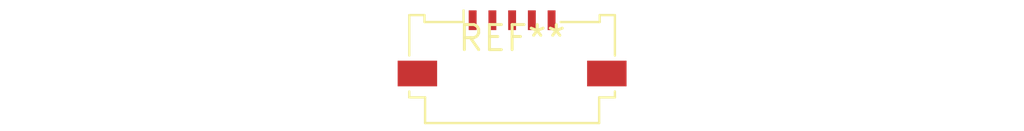
<source format=kicad_pcb>
(kicad_pcb (version 20240108) (generator pcbnew)
  (layers (0 "F.Cu" signal) (31 "B.Cu" signal) (34 "B.Paste" user) (35 "F.Paste" user) (36 "B.SilkS" user "B.Silkscreen") (37 "F.SilkS" user "F.Silkscreen") (38 "B.Mask" user) (39 "F.Mask" user) (44 "Edge.Cuts" user))
  (net 0 "")
  (footprint "Molex_200528-0050_1x05-1MP_P1.00mm_Horizontal" (layer "F.Cu") (at 0 0)
    (property "Reference" "REF**")
    (property "Value" "Molex_200528-0050_1x05-1MP_P1.00mm_Horizontal")
    (fp_line (start -5.21 -1.17) (end -5.21 0.88) (layer "F.SilkS") (stroke (width 0.12)))
    (fp_line (start -5.21 2.7) (end -5.21 3) (layer "F.SilkS") (stroke (width 0.12)))
    (fp_line (start -5.21 3) (end -4.41 3) (layer "F.SilkS") (stroke (width 0.12)))
    (fp_line (start -4.44 -1.17) (end -5.21 -1.17) (layer "F.SilkS") (stroke (width 0.12)))
    (fp_line (start -4.44 -0.82) (end -4.44 -1.17) (layer "F.SilkS") (stroke (width 0.12)))
    (fp_line (start -4.41 3) (end -4.41 4.3) (layer "F.SilkS") (stroke (width 0.12)))
    (fp_line (start -4.41 4.3) (end 4.41 4.3) (layer "F.SilkS") (stroke (width 0.12)))
    (fp_line (start -2.46 -1.41) (end -2.46 -0.82) (layer "F.SilkS") (stroke (width 0.12)))
    (fp_line (start -2.46 -0.82) (end -4.44 -0.82) (layer "F.SilkS") (stroke (width 0.12)))
    (fp_line (start 4.41 3) (end 5.21 3) (layer "F.SilkS") (stroke (width 0.12)))
    (fp_line (start 4.41 4.3) (end 4.41 3) (layer "F.SilkS") (stroke (width 0.12)))
    (fp_line (start 4.44 -1.17) (end 4.44 -0.82) (layer "F.SilkS") (stroke (width 0.12)))
    (fp_line (start 4.44 -0.82) (end 2.46 -0.82) (layer "F.SilkS") (stroke (width 0.12)))
    (fp_line (start 5.21 -1.17) (end 4.44 -1.17) (layer "F.SilkS") (stroke (width 0.12)))
    (fp_line (start 5.21 0.88) (end 5.21 -1.17) (layer "F.SilkS") (stroke (width 0.12)))
    (fp_line (start 5.21 3) (end 5.21 2.7) (layer "F.SilkS") (stroke (width 0.12)))
    (pad "1" smd rect (at -2 -0.91) (size 0.4 1) (layers "F.Cu" "F.Paste" "F.Mask"))
    (pad "2" smd rect (at -1 -0.91) (size 0.4 1) (layers "F.Cu" "F.Paste" "F.Mask"))
    (pad "3" smd rect (at 0 -0.91) (size 0.4 1) (layers "F.Cu" "F.Paste" "F.Mask"))
    (pad "4" smd rect (at 1 -0.91) (size 0.4 1) (layers "F.Cu" "F.Paste" "F.Mask"))
    (pad "5" smd rect (at 2 -0.91) (size 0.4 1) (layers "F.Cu" "F.Paste" "F.Mask"))
    (pad "MP" smd rect (at -4.8 1.79) (size 2 1.3) (layers "F.Cu" "F.Paste" "F.Mask"))
    (pad "MP" smd rect (at 4.8 1.79) (size 2 1.3) (layers "F.Cu" "F.Paste" "F.Mask"))
  )
)
</source>
